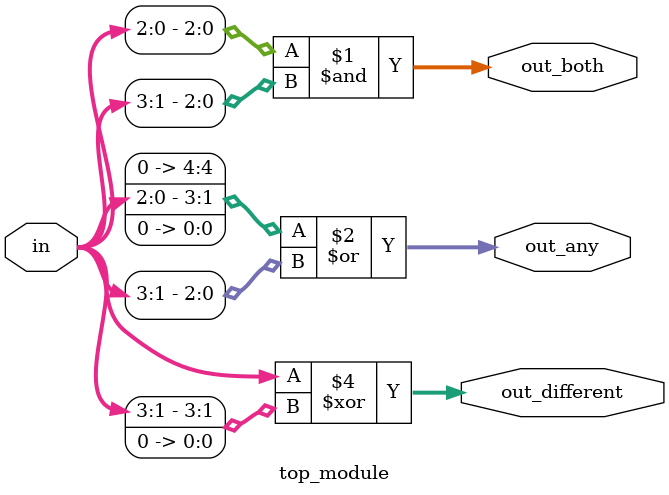
<source format=sv>
module top_module (
  input [3:0] in,
  output [2:0] out_both,
  output [4:0] out_any,
  output [3:0] out_different
);

  assign out_both = in[2:0] & in[3:1];
  assign out_any = {in[2:0], 1'b0} | in[3:1];
  assign out_different = in ^ (in[3:1] << 1'b1);

endmodule

</source>
